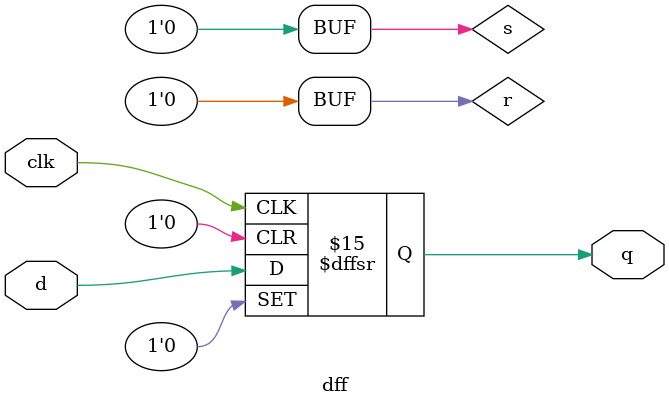
<source format=v>
module dff(input clk, output reg q, input d);
 // tmrg seu_set s
 // tmrg seu_reset r
 reg s;
 reg r;
 initial
   begin
     s=1'b0;
     r=1'b0;
   end
 always @(posedge clk or posedge r or posedge s)
   if (r)
     q<=1'b0;
   else if (s)
     q<=1'b1;
   else
     q<=d;
endmodule

</source>
